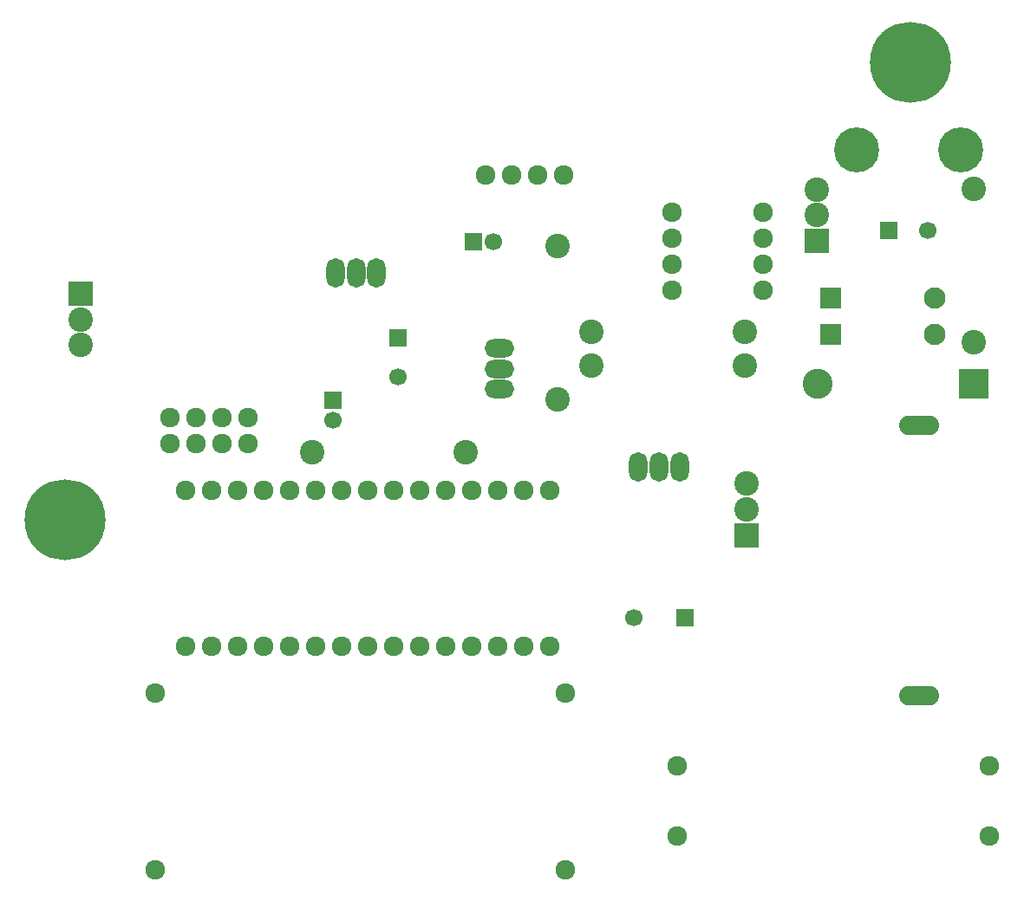
<source format=gbs>
G04 #@! TF.FileFunction,Soldermask,Bot*
%FSLAX46Y46*%
G04 Gerber Fmt 4.6, Leading zero omitted, Abs format (unit mm)*
G04 Created by KiCad (PCBNEW 4.0.4+dfsg1-stable) date Thu Jan 19 16:13:54 2017*
%MOMM*%
%LPD*%
G01*
G04 APERTURE LIST*
%ADD10C,0.200000*%
%ADD11C,1.924000*%
%ADD12R,1.700000X1.700000*%
%ADD13C,1.700000*%
%ADD14C,2.940000*%
%ADD15R,2.940000X2.940000*%
%ADD16C,2.099260*%
%ADD17R,2.099260X2.099260*%
%ADD18C,4.400500*%
%ADD19C,2.398980*%
%ADD20R,2.400000X2.400000*%
%ADD21C,2.400000*%
%ADD22O,1.800000X2.900000*%
%ADD23O,3.900000X1.924000*%
%ADD24O,2.900000X1.800000*%
%ADD25C,7.900000*%
G04 APERTURE END LIST*
D10*
D11*
X44812000Y-69816000D03*
X44812000Y-67276000D03*
X47352000Y-69816000D03*
X47352000Y-67276000D03*
X49892000Y-69816000D03*
X49892000Y-67276000D03*
X52432000Y-69816000D03*
X52432000Y-67276000D03*
D12*
X60706000Y-65532000D03*
D13*
X60706000Y-67532000D03*
D12*
X74422000Y-50038000D03*
D13*
X76422000Y-50038000D03*
D12*
X115000000Y-49000000D03*
D13*
X118800000Y-49000000D03*
D12*
X95104000Y-86834000D03*
D13*
X90104000Y-86834000D03*
D14*
X108056780Y-63976960D03*
D15*
X123296780Y-63976960D03*
D16*
X119488520Y-59145460D03*
D17*
X109328520Y-59145460D03*
D16*
X119488520Y-55589460D03*
D17*
X109328520Y-55589460D03*
D11*
X93834000Y-47210000D03*
X93834000Y-49750000D03*
X93834000Y-52290000D03*
X93834000Y-54830000D03*
X102724000Y-54830000D03*
X102724000Y-52290000D03*
X102724000Y-49750000D03*
X102724000Y-47210000D03*
D18*
X111868000Y-41114000D03*
X122028000Y-41114000D03*
D19*
X123298000Y-44924000D03*
X123298000Y-59924000D03*
X82658000Y-65498000D03*
X82658000Y-50498000D03*
X85960000Y-58894000D03*
X100960000Y-58894000D03*
X100946000Y-62196000D03*
X85946000Y-62196000D03*
D11*
X83240000Y-43540000D03*
X80700000Y-43540000D03*
X78160000Y-43540000D03*
X75620000Y-43540000D03*
X46336000Y-89628000D03*
X48876000Y-89628000D03*
X51416000Y-89628000D03*
X53956000Y-89628000D03*
X56496000Y-89628000D03*
X59036000Y-89628000D03*
X61576000Y-89628000D03*
X64116000Y-89628000D03*
X66656000Y-89628000D03*
X69196000Y-89628000D03*
X71736000Y-89628000D03*
X74276000Y-89628000D03*
X76816000Y-89628000D03*
X79356000Y-89628000D03*
X81896000Y-89628000D03*
X81896000Y-74388000D03*
X79356000Y-74388000D03*
X76816000Y-74388000D03*
X74276000Y-74388000D03*
X71736000Y-74388000D03*
X69196000Y-74388000D03*
X66656000Y-74388000D03*
X64116000Y-74388000D03*
X61576000Y-74388000D03*
X59036000Y-74388000D03*
X56496000Y-74388000D03*
X53956000Y-74388000D03*
X51416000Y-74388000D03*
X48876000Y-74388000D03*
X46336000Y-74388000D03*
D12*
X67056000Y-59436000D03*
D13*
X67056000Y-63236000D03*
D20*
X101092000Y-78740000D03*
D21*
X101092000Y-76200000D03*
X101092000Y-73700000D03*
D20*
X108000000Y-50000000D03*
D21*
X108000000Y-47460000D03*
X108000000Y-44960000D03*
D22*
X62992000Y-53086000D03*
X64992000Y-53086000D03*
X60992000Y-53086000D03*
X92564000Y-72102000D03*
X90564000Y-72102000D03*
X94564000Y-72102000D03*
D23*
X117964000Y-67992000D03*
X117964000Y-94392000D03*
D11*
X83374000Y-111440000D03*
X83374000Y-94200000D03*
X43334000Y-94200000D03*
X43334000Y-111440000D03*
X124840000Y-101290000D03*
X124840000Y-108110000D03*
X94360000Y-108110000D03*
X94360000Y-101290000D03*
D20*
X36068000Y-55118000D03*
D21*
X36068000Y-57658000D03*
X36068000Y-60158000D03*
D24*
X76962000Y-62484000D03*
X76962000Y-64484000D03*
X76962000Y-60484000D03*
D19*
X58674000Y-70612000D03*
X73674000Y-70612000D03*
D25*
X117094000Y-32512000D03*
X34544000Y-77216000D03*
M02*

</source>
